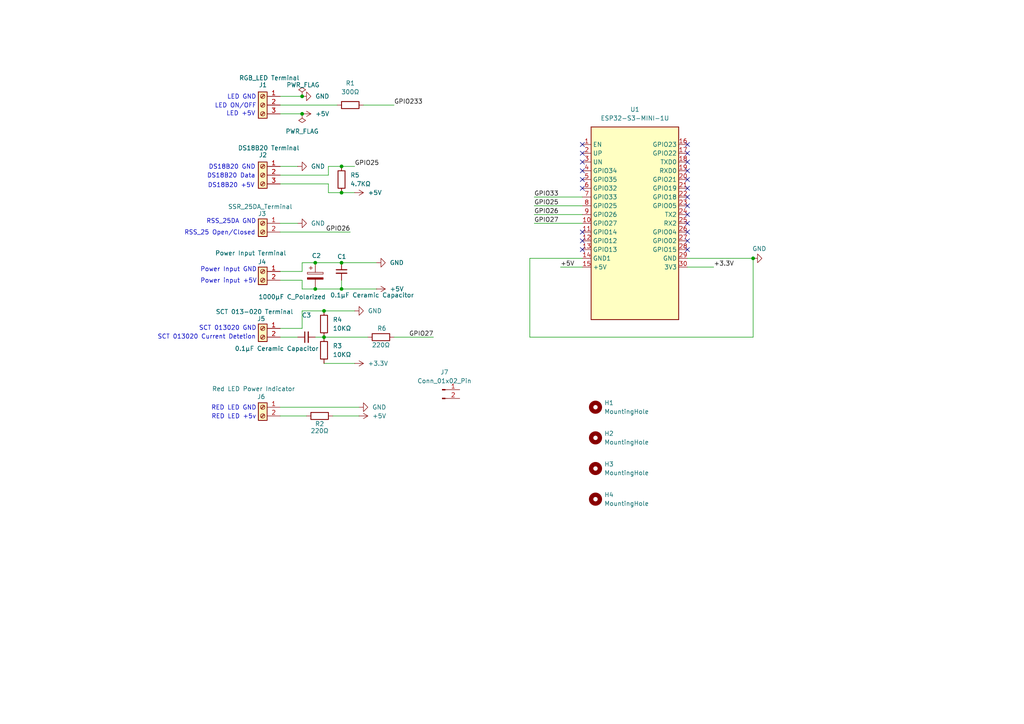
<source format=kicad_sch>
(kicad_sch (version 20250114) (generator "eeschema") (generator_version "9.0")
  (paper "A4")
  (lib_symbols
    (symbol "Connector:Conn_01x02_Pin" (pin_names (offset 1.016) (hide yes))
      (property "Reference" "J" (at 0 2.54 0))
      (property "Value" "Conn_01x02_Pin" (at 0 -5.08 0))
      (symbol "Conn_01x02_Pin_1_1"
        (rectangle (start 0.8636 0.127) (end 0 -0.127) (stroke (width 0.1524)) (fill (type outline)))
        (rectangle (start 0.8636 -2.413) (end 0 -2.667) (stroke (width 0.1524)) (fill (type outline)))
        (polyline (pts (xy 1.27 0) (xy 0.8636 0)) (stroke (width 0.1524)))
        (polyline (pts (xy 1.27 -2.54) (xy 0.8636 -2.54)) (stroke (width 0.1524)))
        (pin passive line (at 5.08 0 180) (length 3.81) (name "Pin_1") (number "1"))
        (pin passive line (at 5.08 -2.54 180) (length 3.81) (name "Pin_2") (number "2"))
      )
    )
    (symbol "Device:R" (pin_numbers (hide yes)) (pin_names (offset 0))
      (property "Reference" "R" (at 2.032 0 90))
      (property "Value" "R" (at 0 0 90))
      (symbol "R_0_1"
        (rectangle (start -1.016 -2.54) (end 1.016 2.54) (stroke (width 0.254)))
      )
      (symbol "R_1_1"
        (pin passive line (at 0 3.81 270) (length 1.27) (name "~") (number "1"))
        (pin passive line (at 0 -3.81 90) (length 1.27) (name "~") (number "2"))
      )
    )
    (symbol "ESP32-Custom-Symbols:0.1µF_Ceramic_Capacitor" (pin_numbers (hide yes)) (pin_names (offset 0.254) (hide yes))
      (property "Reference" "C" (at 0.254 1.778 0))
      (property "Value" "0.1µF Ceramic Capacitor" (at -12.192 13.208 0))
      (symbol "0.1µF_Ceramic_Capacitor_0_1"
        (polyline (pts (xy -1.524 0.508) (xy 1.524 0.508)) (stroke (width 0.3048)))
        (polyline (pts (xy -1.524 -0.508) (xy 1.524 -0.508)) (stroke (width 0.3302)))
      )
      (symbol "0.1µF_Ceramic_Capacitor_1_1"
        (pin passive line (at 0 2.54 270) (length 2.032) (name "~") (number "1"))
        (pin passive line (at 0 -2.54 90) (length 2.032) (name "~") (number "2"))
      )
    )
    (symbol "ESP32-Custom-Symbols:C_Polarized" (pin_numbers (hide yes)) (pin_names (offset 0.254))
      (property "Reference" "C" (at 0.635 2.54 0))
      (property "Value" "C_Polarized" (at 0.635 -2.54 0))
      (symbol "C_Polarized_0_1"
        (rectangle (start -2.286 0.508) (end 2.286 1.016))
        (rectangle (start -2.286 -0.508) (end 2.286 -1.016) (fill (type outline)))
        (polyline (pts (xy -1.778 2.286) (xy -0.762 2.286)))
        (polyline (pts (xy -1.27 2.794) (xy -1.27 1.778)))
      )
      (symbol "C_Polarized_1_1"
        (pin passive line (at 0 3.81 270) (length 2.794) (name "~") (number "1"))
        (pin passive line (at 0 -3.81 90) (length 2.794) (name "~") (number "2"))
      )
    )
    (symbol "ESP32-Custom-Symbols:ESP32-S3-MINI-1U"
      (property "Reference" "U1" (at -1.016 34.036 0))
      (property "Value" "ESP32-S3-MINI-1U" (at -9.398 30.226 0))
      (symbol "ESP32-S3-MINI-1U_0_1"
        (rectangle (start -12.7 27.94) (end 12.7 -27.94) (stroke (width 0.254)) (fill (type background)))
      )
      (symbol "ESP32-S3-MINI-1U_1_1"
        (pin input line (at -15.24 22.86 0) (length 2.54) (name "EN") (number "1"))
        (pin bidirectional line (at -15.24 20.32 0) (length 2.54) (name "UP") (number "2"))
        (pin bidirectional line (at -15.24 17.78 0) (length 2.54) (name "UN") (number "3"))
        (pin bidirectional line (at -15.24 15.24 0) (length 2.54) (name "GPIO34") (number "4"))
        (pin bidirectional line (at -15.24 12.7 0) (length 2.54) (name "GPIO35") (number "5"))
        (pin bidirectional line (at -15.24 10.16 0) (length 2.54) (name "GPIO32") (number "6"))
        (pin bidirectional line (at -15.24 7.62 0) (length 2.54) (name "GPIO33") (number "7"))
        (pin bidirectional line (at -15.24 5.08 0) (length 2.54) (name "GPIO25") (number "8"))
        (pin bidirectional line (at -15.24 2.54 0) (length 2.54) (name "GPIO26") (number "9"))
        (pin bidirectional line (at -15.24 0 0) (length 2.54) (name "GPIO27") (number "10"))
        (pin bidirectional line (at -15.24 -2.54 0) (length 2.54) (name "GPIO14") (number "11"))
        (pin bidirectional line (at -15.24 -5.08 0) (length 2.54) (name "GPIO12") (number "12"))
        (pin bidirectional line (at -15.24 -7.62 0) (length 2.54) (name "GPIO13") (number "13"))
        (pin power_in line (at -15.24 -10.16 0) (length 2.54) (name "GND1") (number "14"))
        (pin power_in line (at -15.24 -12.7 0) (length 2.54) (name "+5V") (number "15"))
        (pin bidirectional line (at 15.24 22.86 180) (length 2.54) (name "GPIO23") (number "16"))
        (pin bidirectional line (at 15.24 20.32 180) (length 2.54) (name "GPIO22") (number "17"))
        (pin bidirectional line (at 15.24 17.78 180) (length 2.54) (name "TXD0") (number "18"))
        (pin bidirectional line (at 15.24 15.24 180) (length 2.54) (name "RXD0") (number "19"))
        (pin bidirectional line (at 15.24 12.7 180) (length 2.54) (name "GPIO21") (number "20"))
        (pin bidirectional line (at 15.24 10.16 180) (length 2.54) (name "GPIO19") (number "21"))
        (pin bidirectional line (at 15.24 7.62 180) (length 2.54) (name "GPIO18") (number "22"))
        (pin bidirectional line (at 15.24 5.08 180) (length 2.54) (name "GPIO05") (number "23"))
        (pin bidirectional line (at 15.24 2.54 180) (length 2.54) (name "TX2") (number "24"))
        (pin bidirectional line (at 15.24 0 180) (length 2.54) (name "RX2") (number "25"))
        (pin bidirectional line (at 15.24 -2.54 180) (length 2.54) (name "GPIO04") (number "26"))
        (pin bidirectional line (at 15.24 -5.08 180) (length 2.54) (name "GPIO02") (number "27"))
        (pin bidirectional line (at 15.24 -7.62 180) (length 2.54) (name "GPIO15") (number "28"))
        (pin power_in line (at 15.24 -10.16 180) (length 2.54) (name "GND") (number "29"))
        (pin power_out line (at 15.24 -12.7 180) (length 2.54) (name "3V3") (number "30"))
      )
    )
    (symbol "ESP32-Custom-Symbols:Screw_Terminal_01x02" (pin_names (offset 1.016) (hide yes))
      (property "Reference" "J" (at 0 2.54 0))
      (property "Value" "Screw_Terminal_01x02" (at 0.254 5.588 0))
      (symbol "Screw_Terminal_01x02_1_1"
        (rectangle (start -1.27 1.27) (end 1.27 -3.81) (stroke (width 0.254)) (fill (type background)))
        (polyline (pts (xy -0.5334 0.3302) (xy 0.3302 -0.508)) (stroke (width 0.1524)))
        (polyline (pts (xy -0.5334 -2.2098) (xy 0.3302 -3.048)) (stroke (width 0.1524)))
        (polyline (pts (xy -0.3556 0.508) (xy 0.508 -0.3302)) (stroke (width 0.1524)))
        (polyline (pts (xy -0.3556 -2.032) (xy 0.508 -2.8702)) (stroke (width 0.1524)))
        (circle (center 0 0) (radius 0.635) (stroke (width 0.1524)))
        (circle (center 0 -2.54) (radius 0.635) (stroke (width 0.1524)))
        (pin passive line (at -5.08 0 0) (length 3.81) (name "Pin_1") (number "1"))
        (pin passive line (at -5.08 -2.54 0) (length 3.81) (name "Pin_2") (number "2"))
      )
    )
    (symbol "ESP32-Custom-Symbols:Screw_Terminal_01x03" (pin_names (offset 1.016) (hide yes))
      (property "Reference" "J" (at 0 5.08 0))
      (property "Value" "Screw_Terminal_01x03" (at -0.254 7.366 0))
      (symbol "Screw_Terminal_01x03_1_1"
        (rectangle (start -1.27 3.81) (end 1.27 -3.81) (stroke (width 0.254)) (fill (type background)))
        (polyline (pts (xy -0.5334 2.8702) (xy 0.3302 2.032)) (stroke (width 0.1524)))
        (polyline (pts (xy -0.5334 0.3302) (xy 0.3302 -0.508)) (stroke (width 0.1524)))
        (polyline (pts (xy -0.5334 -2.2098) (xy 0.3302 -3.048)) (stroke (width 0.1524)))
        (polyline (pts (xy -0.3556 3.048) (xy 0.508 2.2098)) (stroke (width 0.1524)))
        (polyline (pts (xy -0.3556 0.508) (xy 0.508 -0.3302)) (stroke (width 0.1524)))
        (polyline (pts (xy -0.3556 -2.032) (xy 0.508 -2.8702)) (stroke (width 0.1524)))
        (circle (center 0 2.54) (radius 0.635) (stroke (width 0.1524)))
        (circle (center 0 0) (radius 0.635) (stroke (width 0.1524)))
        (circle (center 0 -2.54) (radius 0.635) (stroke (width 0.1524)))
        (pin passive line (at -5.08 2.54 0) (length 3.81) (name "Pin_1") (number "1"))
        (pin passive line (at -5.08 0 0) (length 3.81) (name "Pin_2") (number "2"))
        (pin passive line (at -5.08 -2.54 0) (length 3.81) (name "Pin_3") (number "3"))
      )
    )
    (symbol "Mechanical:MountingHole" (pin_names (offset 1.016)) (in_bom no)
      (property "Reference" "H" (at 0 5.08 0))
      (property "Value" "MountingHole" (at 0 3.175 0))
      (symbol "MountingHole_0_1"
        (circle (center 0 0) (radius 1.27) (stroke (width 1.27)))
      )
    )
    (symbol "power:+3.3V" (power) (pin_numbers (hide yes)) (pin_names (offset 0) (hide yes))
      (property "Value" "+3.3V" (at 0 3.556 0))
      (symbol "+3.3V_0_1"
        (polyline (pts (xy -0.762 1.27) (xy 0 2.54)))
        (polyline (pts (xy 0 2.54) (xy 0.762 1.27)))
        (polyline (pts (xy 0 0) (xy 0 2.54)))
      )
      (symbol "+3.3V_1_1"
        (pin power_in line (at 0 0 90) (length 0) (name "~") (number "1"))
      )
    )
    (symbol "power:+5V" (power) (pin_numbers (hide yes)) (pin_names (offset 0) (hide yes))
      (property "Value" "+5V" (at 0 3.556 0))
      (symbol "+5V_0_1"
        (polyline (pts (xy -0.762 1.27) (xy 0 2.54)))
        (polyline (pts (xy 0 2.54) (xy 0.762 1.27)))
        (polyline (pts (xy 0 0) (xy 0 2.54)))
      )
      (symbol "+5V_1_1"
        (pin power_in line (at 0 0 90) (length 0) (name "~") (number "1"))
      )
    )
    (symbol "power:GND" (power) (pin_numbers (hide yes)) (pin_names (offset 0) (hide yes))
      (property "Value" "GND" (at 0 -3.81 0))
      (symbol "GND_0_1"
        (polyline (pts (xy 0 0) (xy 0 -1.27) (xy 1.27 -1.27) (xy 0 -2.54) (xy -1.27 -1.27) (xy 0 -1.27)))
      )
      (symbol "GND_1_1"
        (pin power_in line (at 0 0 270) (length 0) (name "~") (number "1"))
      )
    )
    (symbol "power:PWR_FLAG" (power) (pin_numbers (hide yes)) (pin_names (offset 0) (hide yes))
      (property "Value" "PWR_FLAG" (at 0 3.81 0))
      (symbol "PWR_FLAG_0_0"
        (pin power_out line (at 0 0 90) (length 0) (name "~") (number "1"))
      )
      (symbol "PWR_FLAG_0_1"
        (polyline (pts (xy 0 0) (xy 0 1.27) (xy -1.016 1.905) (xy 0 2.54) (xy 1.016 1.905) (xy 0 1.27)))
      )
    )
  )
  (text "RSS_25DA GND" (at 67.056 64.262 0) (effects (font (size 1.27 1.27))))
  (text "DS18B20 GND" (at 67.31 48.514 0) (effects (font (size 1.27 1.27))))
  (text "Power Input GND" (at 66.294 78.232 0) (effects (font (size 1.27 1.27))))
  (text "SCT 013020 Current Detetion" (at 59.944 97.79 0) (effects (font (size 1.27 1.27))))
  (text "RSS_25 Open/Closed" (at 63.754 67.564 0) (effects (font (size 1.27 1.27))))
  (text "LED GND" (at 70.104 28.194 0) (effects (font (size 1.27 1.27))))
  (text "LED +5V" (at 69.85 33.02 0) (effects (font (size 1.27 1.27))))
  (text "Power input +5V" (at 66.294 81.534 0) (effects (font (size 1.27 1.27))))
  (text "DS18B20 Data" (at 67.056 51.054 0) (effects (font (size 1.27 1.27))))
  (text "LED ON/OFF" (at 68.326 30.734 0) (effects (font (size 1.27 1.27))))
  (text "RED LED GND" (at 67.818 118.364 0) (effects (font (size 1.27 1.27))))
  (text "DS18B20 +5V" (at 67.056 53.848 0) (effects (font (size 1.27 1.27))))
  (text "RED LED +5v" (at 67.818 120.904 0) (effects (font (size 1.27 1.27))))
  (text "SCT 013020 GND" (at 66.04 95.25 0) (effects (font (size 1.27 1.27))))
  (junction (at 93.98 97.79))
  (junction (at 99.06 48.26))
  (junction (at 99.06 55.88))
  (junction (at 91.44 76.2))
  (junction (at 93.98 90.17))
  (junction (at 87.63 27.94))
  (junction (at 87.63 33.02))
  (junction (at 99.06 76.2))
  (junction (at 91.44 83.82))
  (junction (at 218.44 74.93))
  (junction (at 99.06 83.82))
  (no_connect (at 199.39 67.31))
  (no_connect (at 168.91 52.07))
  (no_connect (at 199.39 46.99))
  (no_connect (at 168.91 72.39))
  (no_connect (at 168.91 41.91))
  (no_connect (at 199.39 52.07))
  (no_connect (at 199.39 57.15))
  (no_connect (at 199.39 49.53))
  (no_connect (at 199.39 54.61))
  (no_connect (at 199.39 41.91))
  (no_connect (at 168.91 67.31))
  (no_connect (at 199.39 62.23))
  (no_connect (at 168.91 69.85))
  (no_connect (at 199.39 59.69))
  (no_connect (at 168.91 49.53))
  (no_connect (at 199.39 72.39))
  (no_connect (at 199.39 44.45))
  (no_connect (at 168.91 54.61))
  (no_connect (at 199.39 64.77))
  (no_connect (at 168.91 46.99))
  (no_connect (at 199.39 69.85))
  (no_connect (at 168.91 44.45))
  (wire (pts (xy 91.44 97.79) (xy 93.98 97.79)))
  (wire (pts (xy 95.25 50.8) (xy 95.25 48.26)))
  (wire (pts (xy 95.25 53.34) (xy 95.25 55.88)))
  (wire (pts (xy 81.28 95.25) (xy 87.63 95.25)))
  (wire (pts (xy 199.39 77.47) (xy 207.01 77.47)))
  (wire (pts (xy 81.28 78.74) (xy 87.63 78.74)))
  (wire (pts (xy 99.06 81.28) (xy 99.06 83.82)))
  (wire (pts (xy 87.63 81.28) (xy 87.63 83.82)))
  (wire (pts (xy 99.06 83.82) (xy 109.22 83.82)))
  (wire (pts (xy 81.28 27.94) (xy 87.63 27.94)))
  (wire (pts (xy 87.63 83.82) (xy 91.44 83.82)))
  (wire (pts (xy 93.98 105.41) (xy 102.87 105.41)))
  (wire (pts (xy 218.44 97.79) (xy 218.44 74.93)))
  (wire (pts (xy 87.63 90.17) (xy 93.98 90.17)))
  (wire (pts (xy 162.56 77.47) (xy 168.91 77.47)))
  (wire (pts (xy 81.28 53.34) (xy 95.25 53.34)))
  (wire (pts (xy 153.67 74.93) (xy 168.91 74.93)))
  (wire (pts (xy 81.28 30.48) (xy 97.79 30.48)))
  (wire (pts (xy 95.25 55.88) (xy 99.06 55.88)))
  (wire (pts (xy 199.39 74.93) (xy 218.44 74.93)))
  (wire (pts (xy 81.28 97.79) (xy 86.36 97.79)))
  (wire (pts (xy 153.67 97.79) (xy 218.44 97.79)))
  (wire (pts (xy 81.28 120.65) (xy 88.9 120.65)))
  (wire (pts (xy 154.94 64.77) (xy 168.91 64.77)))
  (wire (pts (xy 154.94 57.15) (xy 168.91 57.15)))
  (wire (pts (xy 81.28 48.26) (xy 86.36 48.26)))
  (wire (pts (xy 114.3 97.79) (xy 125.73 97.79)))
  (wire (pts (xy 99.06 48.26) (xy 102.87 48.26)))
  (wire (pts (xy 81.28 33.02) (xy 87.63 33.02)))
  (wire (pts (xy 81.28 64.77) (xy 86.36 64.77)))
  (wire (pts (xy 87.63 95.25) (xy 87.63 90.17)))
  (wire (pts (xy 87.63 76.2) (xy 91.44 76.2)))
  (wire (pts (xy 154.94 59.69) (xy 168.91 59.69)))
  (wire (pts (xy 153.67 74.93) (xy 153.67 97.79)))
  (wire (pts (xy 95.25 48.26) (xy 99.06 48.26)))
  (wire (pts (xy 99.06 55.88) (xy 102.87 55.88)))
  (wire (pts (xy 81.28 50.8) (xy 95.25 50.8)))
  (wire (pts (xy 81.28 81.28) (xy 87.63 81.28)))
  (wire (pts (xy 93.98 97.79) (xy 106.68 97.79)))
  (wire (pts (xy 105.41 30.48) (xy 114.3 30.48)))
  (wire (pts (xy 96.52 120.65) (xy 104.14 120.65)))
  (wire (pts (xy 93.98 90.17) (xy 102.87 90.17)))
  (wire (pts (xy 154.94 62.23) (xy 168.91 62.23)))
  (wire (pts (xy 81.28 67.31) (xy 101.6 67.31)))
  (wire (pts (xy 87.63 78.74) (xy 87.63 76.2)))
  (wire (pts (xy 91.44 76.2) (xy 99.06 76.2)))
  (wire (pts (xy 91.44 83.82) (xy 99.06 83.82)))
  (wire (pts (xy 99.06 76.2) (xy 109.22 76.2)))
  (wire (pts (xy 81.28 118.11) (xy 104.14 118.11)))
  (label "GPIO33" (at 154.94 57.15 0))
  (label "GPIO26" (at 101.6 67.31 180))
  (label "GPIO233" (at 114.3 30.48 0))
  (label "GPIO25" (at 154.94 59.69 0))
  (label "+5V" (at 162.56 77.47 0))
  (label "GPIO26" (at 154.94 62.23 0))
  (label "GPIO25" (at 102.87 48.26 0))
  (label "GPIO27" (at 154.94 64.77 0))
  (label "GPIO27" (at 125.73 97.79 180))
  (label "+3.3V" (at 207.01 77.47 0))
  (symbol (lib_id "power:GND") (at 218.44 74.93 90) (unit 1)
    (property "Reference" "#PWR014" (effects (hide yes)))
    (property "Value" "GND" (at 218.186 72.136 90) (effects (justify right)))
    (property "Description" "Power symbol creates a global label with name \"GND\" , ground" (effects (hide yes)))
  )
  (symbol (lib_id "power:GND") (at 104.14 118.11 90) (unit 1)
    (property "Reference" "#PWR010" (effects (hide yes)))
    (property "Value" "GND" (at 107.95 118.1099 90) (effects (justify right)))
    (property "Description" "Power symbol creates a global label with name \"GND\" , ground" (effects (hide yes)))
  )
  (symbol (lib_id "ESP32-Custom-Symbols:C_Polarized") (at 91.44 80.01 0) (unit 1)
    (property "Reference" "C2" (at 90.424 74.168 0) (effects (justify left)))
    (property "Value" "1000µF C_Polarized" (at 74.93 86.106 0) (effects (justify left)))
    (property "Footprint" "Capacitor_SMD:CP_Elec_8x10.5" (effects (hide yes)))
    (property "Description" "Polarized capacitor" (effects (hide yes)))
    (property "Part number" "C330210" (effects (hide yes)))
    (property "Manufacturer" "JSHC" (effects (hide yes)))
  )
  (symbol (lib_id "ESP32-Custom-Symbols:Screw_Terminal_01x03") (at 76.2 30.48 0) (mirror y) (unit 1)
    (property "Reference" "J1" (at 77.47 24.638 0) (effects (justify left)))
    (property "Value" "RGB_LED Terminal" (at 86.868 22.606 0) (effects (justify left)))
    (property "Footprint" "ESP32_Custom_Footprints:TerminalBlock_bornier-3_P5.08mm" (effects (hide yes)))
    (property "Description" "Generic screw terminal, single row, 01x03, script generated (kicad-library-utils/schlib/autogen/connector/)" (effects (hide yes)))
  )
  (symbol (lib_id "power:+3.3V") (at 102.87 105.41 270) (unit 1)
    (property "Reference" "#PWR08" (effects (hide yes)))
    (property "Value" "+3.3V" (at 106.68 105.4099 90) (effects (justify left)))
    (property "Description" "Power symbol creates a global label with name \"+3.3V\"" (effects (hide yes)))
  )
  (symbol (lib_id "ESP32-Custom-Symbols:0.1µF_Ceramic_Capacitor") (at 88.9 97.79 90) (unit 1)
    (property "Reference" "C3" (at 88.9063 91.44 90))
    (property "Value" "0.1µF Ceramic Capacitor" (at 80.264 101.092 90))
    (property "Footprint" "ESP32_Custom_Footprints:C_Disc_D3.0mm_W1.6mm_P2.50mm" (effects (hide yes)))
    (property "Description" "Unpolarized capacitor, small symbol" (effects (hide yes)))
    (property "Part Number" "C49678" (effects (hide yes)))
    (property " Manufacturer" "Murata / Yageo" (effects (hide yes)))
  )
  (symbol (lib_id "power:+5V") (at 102.87 55.88 270) (unit 1)
    (property "Reference" "#PWR04" (effects (hide yes)))
    (property "Value" "+5V" (at 106.68 55.8799 90) (effects (justify left)))
    (property "Description" "Power symbol creates a global label with name \"+5V\"" (effects (hide yes)))
  )
  (symbol (lib_id "power:GND") (at 102.87 90.17 90) (unit 1)
    (property "Reference" "#PWR09" (effects (hide yes)))
    (property "Value" "GND" (at 106.68 90.1699 90) (effects (justify right)))
    (property "Description" "Power symbol creates a global label with name \"GND\" , ground" (effects (hide yes)))
  )
  (symbol (lib_id "Mechanical:MountingHole") (at 172.72 135.89 0) (unit 1) (in_bom no)
    (property "Reference" "H3" (at 175.26 134.6199 0) (effects (justify left)))
    (property "Value" "MountingHole" (at 175.26 137.1599 0) (effects (justify left)))
    (property "Footprint" "ESP32_Custom_Footprints:MountingHole_3.2mm_M3_ISO7380" (effects (hide yes)))
    (property "Description" "Mounting Hole without connection" (effects (hide yes)))
  )
  (symbol (lib_id "Device:R") (at 101.6 30.48 90) (unit 1)
    (property "Reference" "R1" (at 101.6 24.13 90))
    (property "Value" "300Ω" (at 101.6 26.67 90))
    (property "Footprint" "Resistor_SMD:R_0805_2012Metric" (effects (hide yes)))
    (property "Description" "Resistor" (effects (hide yes)))
  )
  (symbol (lib_id "power:+5V") (at 87.63 33.02 270) (unit 1)
    (property "Reference" "#PWR01" (effects (hide yes)))
    (property "Value" "+5V" (at 91.44 33.0199 90) (effects (justify left)))
    (property "Description" "Power symbol creates a global label with name \"+5V\"" (effects (hide yes)))
  )
  (symbol (lib_id "ESP32-Custom-Symbols:Screw_Terminal_01x02") (at 76.2 78.74 0) (mirror y) (unit 1)
    (property "Reference" "J4" (at 77.216 75.946 0) (effects (justify left)))
    (property "Value" "Power Input Terminal" (at 83.058 73.406 0) (effects (justify left)))
    (property "Footprint" "TerminalBlock_4Ucon:TerminalBlock_4Ucon_1x02_P3.50mm_Horizontal" (effects (hide yes)))
    (property "Description" "Generic screw terminal, single row, 01x02, script generated (kicad-library-utils/schlib/autogen/connector/)" (effects (hide yes)))
  )
  (symbol (lib_id "Device:R") (at 92.71 120.65 90) (unit 1)
    (property "Reference" "R2" (at 92.71 122.936 90))
    (property "Value" "220Ω" (at 92.71 124.968 90))
    (property "Footprint" "Resistor_SMD:R_0805_2012Metric" (effects (hide yes)))
    (property "Description" "Resistor" (effects (hide yes)))
  )
  (symbol (lib_id "power:PWR_FLAG") (at 87.63 27.94 0) (unit 1)
    (property "Reference" "#FLG02" (effects (hide yes)))
    (property "Value" "PWR_FLAG" (at 87.884 24.638 0))
    (property "Description" "Special symbol for telling ERC where power comes from" (effects (hide yes)))
  )
  (symbol (lib_id "Device:R") (at 99.06 52.07 0) (unit 1)
    (property "Reference" "R5" (at 101.6 50.7999 0) (effects (justify left)))
    (property "Value" "4.7KΩ" (at 101.6 53.3399 0) (effects (justify left)))
    (property "Footprint" "Resistor_SMD:R_0805_2012Metric" (effects (hide yes)))
    (property "Description" "Resistor" (effects (hide yes)))
  )
  (symbol (lib_id "ESP32-Custom-Symbols:ESP32-S3-MINI-1U") (at 184.15 64.77 0) (unit 1)
    (property "Reference" "U1" (at 184.15 31.75 0))
    (property "Value" "ESP32-S3-MINI-1U" (at 184.15 34.29 0))
    (property "Footprint" "RF_Module:ESP32-S2-MINI-1U" (effects (hide yes)))
    (property "Datasheet" "https://www.espressif.com/sites/default/files/documentation/esp32-s3-mini-1_mini-1u_datasheet_en.pdf" (effects (hide yes)))
    (property "Description" "RF Module, ESP32-S3 SoC, Wi-Fi 802.11b/g/n, Bluetooth, BLE, 32-bit, 3.3V, SMD, external antenna" (effects (hide yes)))
  )
  (symbol (lib_id "power:GND") (at 87.63 27.94 90) (unit 1)
    (property "Reference" "#PWR02" (effects (hide yes)))
    (property "Value" "GND" (at 91.44 27.9399 90) (effects (justify right)))
    (property "Description" "Power symbol creates a global label with name \"GND\" , ground" (effects (hide yes)))
  )
  (symbol (lib_id "power:GND") (at 86.36 48.26 90) (unit 1)
    (property "Reference" "#PWR03" (effects (hide yes)))
    (property "Value" "GND" (at 90.17 48.2599 90) (effects (justify right)))
    (property "Description" "Power symbol creates a global label with name \"GND\" , ground" (effects (hide yes)))
  )
  (symbol (lib_id "power:GND") (at 109.22 76.2 90) (unit 1)
    (property "Reference" "#PWR06" (effects (hide yes)))
    (property "Value" "GND" (at 113.03 76.1999 90) (effects (justify right)))
    (property "Description" "Power symbol creates a global label with name \"GND\" , ground" (effects (hide yes)))
  )
  (symbol (lib_id "Device:R") (at 93.98 101.6 0) (unit 1)
    (property "Reference" "R3" (at 96.52 100.3299 0) (effects (justify left)))
    (property "Value" "10KΩ" (at 96.52 102.8699 0) (effects (justify left)))
    (property "Footprint" "Resistor_SMD:R_0805_2012Metric" (effects (hide yes)))
    (property "Description" "Resistor" (effects (hide yes)))
  )
  (symbol (lib_id "Mechanical:MountingHole") (at 172.72 118.11 0) (unit 1) (in_bom no)
    (property "Reference" "H1" (at 175.26 116.8399 0) (effects (justify left)))
    (property "Value" "MountingHole" (at 175.26 119.3799 0) (effects (justify left)))
    (property "Footprint" "ESP32_Custom_Footprints:MountingHole_3.2mm_M3_ISO7380" (effects (hide yes)))
    (property "Description" "Mounting Hole without connection" (effects (hide yes)))
  )
  (symbol (lib_id "ESP32-Custom-Symbols:Screw_Terminal_01x02") (at 76.2 118.11 0) (mirror y) (unit 1)
    (property "Reference" "J6" (at 76.962 115.062 0) (effects (justify left)))
    (property "Value" "Red LED Power Indicator" (at 85.598 112.776 0) (effects (justify left)))
    (property "Footprint" "TerminalBlock_4Ucon:TerminalBlock_4Ucon_1x02_P3.50mm_Horizontal" (effects (hide yes)))
    (property "Description" "Generic screw terminal, single row, 01x02, script generated (kicad-library-utils/schlib/autogen/connector/)" (effects (hide yes)))
  )
  (symbol (lib_id "ESP32-Custom-Symbols:Screw_Terminal_01x02") (at 76.2 95.25 0) (mirror y) (unit 1)
    (property "Reference" "J5" (at 76.962 92.456 0) (effects (justify left)))
    (property "Value" "SCT 013-020 Terminal" (at 85.09 90.424 0) (effects (justify left)))
    (property "Footprint" "TerminalBlock_4Ucon:TerminalBlock_4Ucon_1x02_P3.50mm_Horizontal" (effects (hide yes)))
    (property "Description" "Generic screw terminal, single row, 01x02, script generated (kicad-library-utils/schlib/autogen/connector/)" (effects (hide yes)))
  )
  (symbol (lib_id "Mechanical:MountingHole") (at 172.72 127 0) (unit 1) (in_bom no)
    (property "Reference" "H2" (at 175.26 125.7299 0) (effects (justify left)))
    (property "Value" "MountingHole" (at 175.26 128.2699 0) (effects (justify left)))
    (property "Footprint" "ESP32_Custom_Footprints:MountingHole_3.2mm_M3_ISO7380" (effects (hide yes)))
    (property "Description" "Mounting Hole without connection" (effects (hide yes)))
  )
  (symbol (lib_id "power:GND") (at 86.36 64.77 90) (unit 1)
    (property "Reference" "#PWR05" (effects (hide yes)))
    (property "Value" "GND" (at 90.17 64.7699 90) (effects (justify right)))
    (property "Description" "Power symbol creates a global label with name \"GND\" , ground" (effects (hide yes)))
  )
  (symbol (lib_id "Device:R") (at 93.98 93.98 0) (unit 1)
    (property "Reference" "R4" (at 96.52 92.7099 0) (effects (justify left)))
    (property "Value" "10KΩ" (at 96.52 95.2499 0) (effects (justify left)))
    (property "Footprint" "Resistor_SMD:R_0805_2012Metric" (effects (hide yes)))
    (property "Description" "Resistor" (effects (hide yes)))
  )
  (symbol (lib_id "Device:R") (at 110.49 97.79 90) (unit 1)
    (property "Reference" "R6" (at 110.744 95.25 90))
    (property "Value" "220Ω" (at 110.49 100.076 90))
    (property "Footprint" "Resistor_SMD:R_0805_2012Metric" (effects (hide yes)))
    (property "Description" "Resistor" (effects (hide yes)))
  )
  (symbol (lib_id "Connector:Conn_01x02_Pin") (at 128.27 113.03 0) (unit 1)
    (property "Reference" "J7" (at 128.905 107.95 0))
    (property "Value" "Conn_01x02_Pin" (at 128.905 110.49 0))
    (property "Description" "Generic connector, single row, 01x02, script generated" (effects (hide yes)))
  )
  (symbol (lib_id "ESP32-Custom-Symbols:Screw_Terminal_01x03") (at 76.2 50.8 0) (mirror y) (unit 1)
    (property "Reference" "J2" (at 77.47 44.958 0) (effects (justify left)))
    (property "Value" "DS18B20 Terminal" (at 86.868 42.926 0) (effects (justify left)))
    (property "Footprint" "ESP32_Custom_Footprints:TerminalBlock_bornier-3_P5.08mm" (effects (hide yes)))
    (property "Description" "Generic screw terminal, single row, 01x03, script generated (kicad-library-utils/schlib/autogen/connector/)" (effects (hide yes)))
  )
  (symbol (lib_id "power:+5V") (at 109.22 83.82 270) (unit 1)
    (property "Reference" "#PWR07" (effects (hide yes)))
    (property "Value" "+5V" (at 113.03 83.8199 90) (effects (justify left)))
    (property "Description" "Power symbol creates a global label with name \"+5V\"" (effects (hide yes)))
  )
  (symbol (lib_id "Mechanical:MountingHole") (at 172.72 144.78 0) (unit 1) (in_bom no)
    (property "Reference" "H4" (at 175.26 143.5099 0) (effects (justify left)))
    (property "Value" "MountingHole" (at 175.26 146.0499 0) (effects (justify left)))
    (property "Footprint" "ESP32_Custom_Footprints:MountingHole_3.2mm_M3_ISO7380" (effects (hide yes)))
    (property "Description" "Mounting Hole without connection" (effects (hide yes)))
  )
  (symbol (lib_id "ESP32-Custom-Symbols:0.1µF_Ceramic_Capacitor") (at 99.06 78.74 0) (unit 1)
    (property "Reference" "C1" (at 97.79 74.422 0) (effects (justify left)))
    (property "Value" "0.1µF Ceramic Capacitor" (at 95.758 85.598 0) (effects (justify left)))
    (property "Footprint" "ESP32_Custom_Footprints:C_Disc_D3.0mm_W1.6mm_P2.50mm" (effects (hide yes)))
    (property "Description" "Unpolarized capacitor, small symbol" (effects (hide yes)))
    (property "Part Number" "C49678" (effects (hide yes)))
    (property " Manufacturer" "Murata / Yageo" (effects (hide yes)))
  )
  (symbol (lib_id "power:PWR_FLAG") (at 87.63 33.02 180) (unit 1)
    (property "Reference" "#FLG01" (effects (hide yes)))
    (property "Value" "PWR_FLAG" (at 87.63 38.1 0))
    (property "Description" "Special symbol for telling ERC where power comes from" (effects (hide yes)))
  )
  (symbol (lib_id "power:+5V") (at 104.14 120.65 270) (unit 1)
    (property "Reference" "#PWR011" (effects (hide yes)))
    (property "Value" "+5V" (at 107.95 120.6499 90) (effects (justify left)))
    (property "Description" "Power symbol creates a global label with name \"+5V\"" (effects (hide yes)))
  )
  (symbol (lib_id "ESP32-Custom-Symbols:Screw_Terminal_01x02") (at 76.2 64.77 0) (mirror y) (unit 1)
    (property "Reference" "J3" (at 77.216 61.976 0) (effects (justify left)))
    (property "Value" "SSR_25DA_Terminal" (at 84.836 59.944 0) (effects (justify left)))
    (property "Footprint" "TerminalBlock_4Ucon:TerminalBlock_4Ucon_1x02_P3.50mm_Horizontal" (effects (hide yes)))
    (property "Description" "Generic screw terminal, single row, 01x02, script generated (kicad-library-utils/schlib/autogen/connector/)" (effects (hide yes)))
  )
)
</source>
